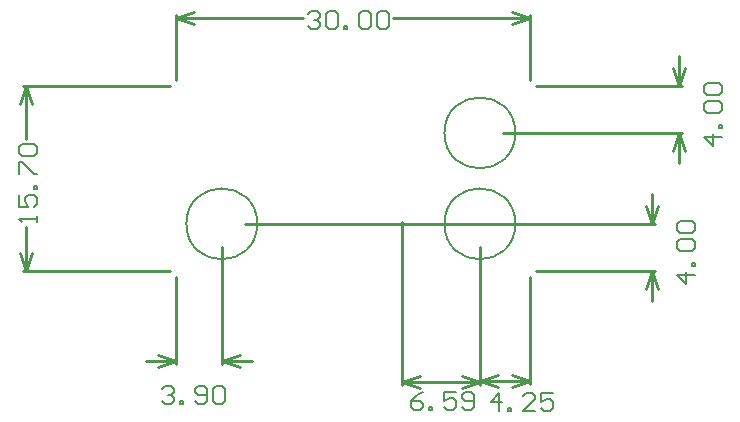
<source format=gm1>
G04 Layer_Color=16711935*
%FSAX25Y25*%
%MOIN*%
G70*
G01*
G75*
%ADD16C,0.01000*%
%ADD22C,0.00700*%
%ADD23C,0.00600*%
D16*
X0375878Y0219590D02*
Y0265549D01*
X0349943Y0219590D02*
Y0273716D01*
X0362910Y0220590D02*
X0375878D01*
X0349943D02*
X0362910D01*
X0369878Y0222590D02*
X0375878Y0220590D01*
X0369878Y0218590D02*
X0375878Y0220590D01*
X0349943D02*
X0355943Y0218590D01*
X0349943Y0220590D02*
X0355943Y0222590D01*
X0375878Y0219787D02*
Y0265549D01*
X0392610Y0219787D02*
Y0255516D01*
X0375878Y0220787D02*
X0384244D01*
X0392610D01*
X0375878D02*
X0381878Y0218787D01*
X0375878Y0220787D02*
X0381878Y0222787D01*
X0386610D02*
X0392610Y0220787D01*
X0386610Y0218787D02*
X0392610Y0220787D01*
X0274500Y0226579D02*
Y0255516D01*
X0289854Y0226579D02*
Y0265549D01*
Y0227579D02*
X0299854D01*
X0264500D02*
X0274500D01*
X0289854D02*
X0295854Y0225579D01*
X0289854Y0227579D02*
X0295854Y0229579D01*
X0268500D02*
X0274500Y0227579D01*
X0268500Y0225579D02*
X0274500Y0227579D01*
X0394595Y0257500D02*
X0434161D01*
X0297553Y0273248D02*
X0434161D01*
X0433161D02*
Y0283248D01*
Y0247500D02*
Y0257500D01*
Y0273248D02*
X0435161Y0279248D01*
X0431161D02*
X0433161Y0273248D01*
X0431161Y0251500D02*
X0433161Y0257500D01*
X0435161Y0251500D01*
X0394595Y0319311D02*
X0443217D01*
X0383577Y0303563D02*
X0443217D01*
X0442216Y0293563D02*
Y0303563D01*
Y0319311D02*
Y0329311D01*
X0440216Y0297563D02*
X0442216Y0303563D01*
X0444216Y0297563D01*
X0442216Y0319311D02*
X0444216Y0325311D01*
X0440216D02*
X0442216Y0319311D01*
X0392610Y0321295D02*
Y0342752D01*
X0274500Y0321295D02*
Y0342752D01*
X0347051Y0341752D02*
X0392610D01*
X0274500D02*
X0316860D01*
X0386610Y0343752D02*
X0392610Y0341752D01*
X0386610Y0339752D02*
X0392610Y0341752D01*
X0274500D02*
X0280500Y0339752D01*
X0274500Y0341752D02*
X0280500Y0343752D01*
X0223500Y0257500D02*
X0272516D01*
X0223500Y0319311D02*
X0272516D01*
X0224500Y0257500D02*
Y0272210D01*
Y0301401D02*
Y0319311D01*
Y0257500D02*
X0226500Y0263500D01*
X0222500D02*
X0224500Y0257500D01*
X0222500Y0313311D02*
X0224500Y0319311D01*
X0226500Y0313311D01*
D22*
X0301665Y0273248D02*
G03*
X0301665Y0273248I-0011811J0000000D01*
G01*
X0387689D02*
G03*
X0387689Y0273248I-0011811J0000000D01*
G01*
Y0303563D02*
G03*
X0387689Y0303563I-0011811J0000000D01*
G01*
D23*
X0356944Y0217140D02*
X0354944Y0216140D01*
X0352945Y0214141D01*
Y0212141D01*
X0353945Y0211142D01*
X0355944D01*
X0356944Y0212141D01*
Y0213141D01*
X0355944Y0214141D01*
X0352945D01*
X0358943Y0211142D02*
Y0212141D01*
X0359943D01*
Y0211142D01*
X0358943D01*
X0367940Y0217140D02*
X0363941D01*
Y0214141D01*
X0365941Y0215140D01*
X0366940D01*
X0367940Y0214141D01*
Y0212141D01*
X0366940Y0211142D01*
X0364941D01*
X0363941Y0212141D01*
X0369939D02*
X0370939Y0211142D01*
X0372938D01*
X0373938Y0212141D01*
Y0216140D01*
X0372938Y0217140D01*
X0370939D01*
X0369939Y0216140D01*
Y0215140D01*
X0370939Y0214141D01*
X0373938D01*
X0382420Y0210846D02*
Y0216845D01*
X0379421Y0213845D01*
X0383420D01*
X0385419Y0210846D02*
Y0211846D01*
X0386419D01*
Y0210846D01*
X0385419D01*
X0394416D02*
X0390418D01*
X0394416Y0214845D01*
Y0215845D01*
X0393417Y0216845D01*
X0391417D01*
X0390418Y0215845D01*
X0400415Y0216845D02*
X0396416D01*
Y0213845D01*
X0398415Y0214845D01*
X0399415D01*
X0400415Y0213845D01*
Y0211846D01*
X0399415Y0210846D01*
X0397415D01*
X0396416Y0211846D01*
X0270081Y0218181D02*
X0271080Y0219181D01*
X0273080D01*
X0274079Y0218181D01*
Y0217181D01*
X0273080Y0216182D01*
X0272080D01*
X0273080D01*
X0274079Y0215182D01*
Y0214182D01*
X0273080Y0213183D01*
X0271080D01*
X0270081Y0214182D01*
X0276079Y0213183D02*
Y0214182D01*
X0277078D01*
Y0213183D01*
X0276079D01*
X0281077Y0214182D02*
X0282077Y0213183D01*
X0284076D01*
X0285076Y0214182D01*
Y0218181D01*
X0284076Y0219181D01*
X0282077D01*
X0281077Y0218181D01*
Y0217181D01*
X0282077Y0216182D01*
X0285076D01*
X0287075Y0218181D02*
X0288075Y0219181D01*
X0290074D01*
X0291074Y0218181D01*
Y0214182D01*
X0290074Y0213183D01*
X0288075D01*
X0287075Y0214182D01*
Y0218181D01*
X0447557Y0256276D02*
X0441560D01*
X0444558Y0253277D01*
Y0257276D01*
X0447557Y0259276D02*
X0446558D01*
Y0260275D01*
X0447557D01*
Y0259276D01*
X0442559Y0264274D02*
X0441560Y0265273D01*
Y0267273D01*
X0442559Y0268273D01*
X0446558D01*
X0447557Y0267273D01*
Y0265273D01*
X0446558Y0264274D01*
X0442559D01*
Y0270272D02*
X0441560Y0271272D01*
Y0273271D01*
X0442559Y0274271D01*
X0446558D01*
X0447557Y0273271D01*
Y0271272D01*
X0446558Y0270272D01*
X0442559D01*
X0456613Y0302339D02*
X0450615D01*
X0453614Y0299340D01*
Y0303339D01*
X0456613Y0305339D02*
X0455613D01*
Y0306338D01*
X0456613D01*
Y0305339D01*
X0451614Y0310337D02*
X0450615Y0311336D01*
Y0313336D01*
X0451614Y0314336D01*
X0455613D01*
X0456613Y0313336D01*
Y0311336D01*
X0455613Y0310337D01*
X0451614D01*
Y0316335D02*
X0450615Y0317335D01*
Y0319334D01*
X0451614Y0320334D01*
X0455613D01*
X0456613Y0319334D01*
Y0317335D01*
X0455613Y0316335D01*
X0451614D01*
X0318460Y0343151D02*
X0319459Y0344151D01*
X0321459D01*
X0322458Y0343151D01*
Y0342152D01*
X0321459Y0341152D01*
X0320459D01*
X0321459D01*
X0322458Y0340152D01*
Y0339153D01*
X0321459Y0338153D01*
X0319459D01*
X0318460Y0339153D01*
X0324458Y0343151D02*
X0325457Y0344151D01*
X0327457D01*
X0328456Y0343151D01*
Y0339153D01*
X0327457Y0338153D01*
X0325457D01*
X0324458Y0339153D01*
Y0343151D01*
X0330456Y0338153D02*
Y0339153D01*
X0331455D01*
Y0338153D01*
X0330456D01*
X0335454Y0343151D02*
X0336454Y0344151D01*
X0338453D01*
X0339453Y0343151D01*
Y0339153D01*
X0338453Y0338153D01*
X0336454D01*
X0335454Y0339153D01*
Y0343151D01*
X0341452D02*
X0342452Y0344151D01*
X0344451D01*
X0345451Y0343151D01*
Y0339153D01*
X0344451Y0338153D01*
X0342452D01*
X0341452Y0339153D01*
Y0343151D01*
X0228099Y0273810D02*
Y0275809D01*
Y0274809D01*
X0222101D01*
X0223101Y0273810D01*
X0222101Y0282807D02*
Y0278808D01*
X0225100D01*
X0224100Y0280807D01*
Y0281807D01*
X0225100Y0282807D01*
X0227099D01*
X0228099Y0281807D01*
Y0279808D01*
X0227099Y0278808D01*
X0228099Y0284806D02*
X0227099D01*
Y0285806D01*
X0228099D01*
Y0284806D01*
X0222101Y0289805D02*
Y0293803D01*
X0223101D01*
X0227099Y0289805D01*
X0228099D01*
X0223101Y0295803D02*
X0222101Y0296802D01*
Y0298802D01*
X0223101Y0299801D01*
X0227099D01*
X0228099Y0298802D01*
Y0296802D01*
X0227099Y0295803D01*
X0223101D01*
M02*

</source>
